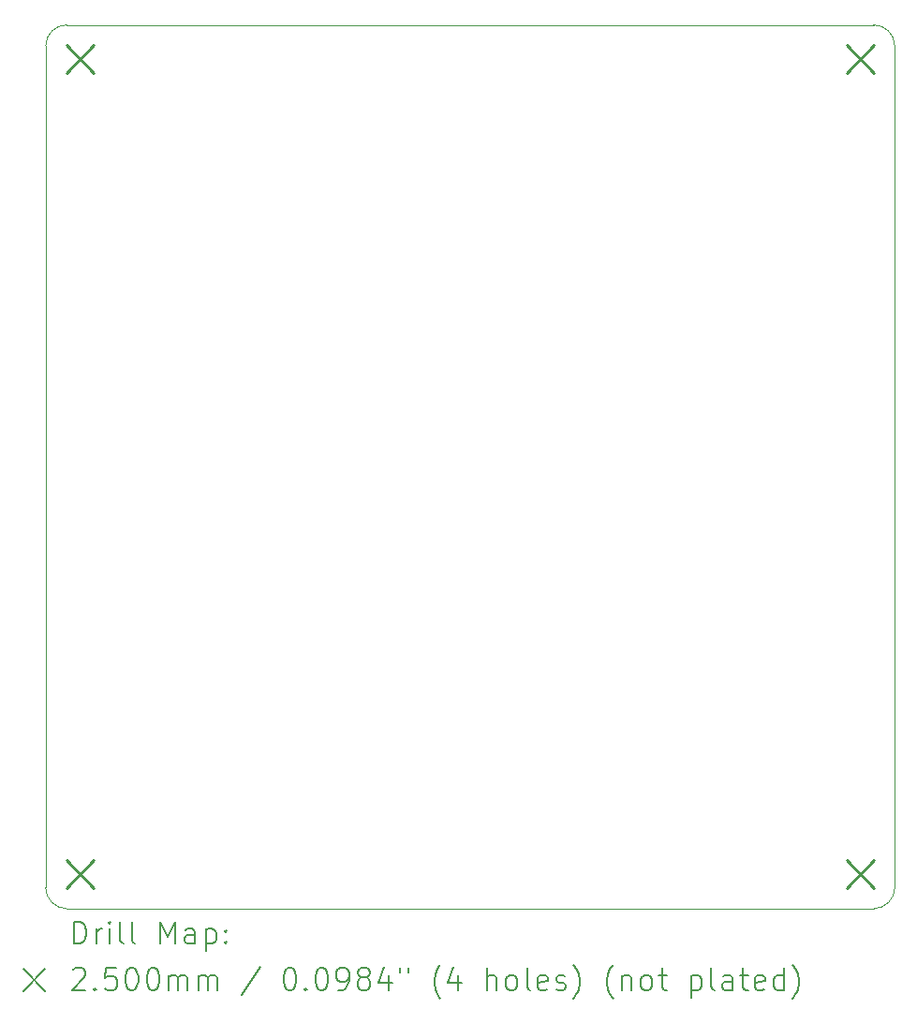
<source format=gbr>
%TF.GenerationSoftware,KiCad,Pcbnew,7.0.7*%
%TF.CreationDate,2023-09-28T16:31:30-05:00*%
%TF.ProjectId,iowa-rover-kiosk-main,696f7761-2d72-46f7-9665-722d6b696f73,rev?*%
%TF.SameCoordinates,Original*%
%TF.FileFunction,Drillmap*%
%TF.FilePolarity,Positive*%
%FSLAX45Y45*%
G04 Gerber Fmt 4.5, Leading zero omitted, Abs format (unit mm)*
G04 Created by KiCad (PCBNEW 7.0.7) date 2023-09-28 16:31:30*
%MOMM*%
%LPD*%
G01*
G04 APERTURE LIST*
%ADD10C,0.100000*%
%ADD11C,0.200000*%
%ADD12C,0.250000*%
G04 APERTURE END LIST*
D10*
X3937000Y-4706704D02*
G75*
G03*
X3746500Y-4897204I0J-190500D01*
G01*
X11422296Y-12501796D02*
X11422296Y-4897204D01*
X3937000Y-12692296D02*
X11231796Y-12692296D01*
X3746500Y-4897204D02*
X3746500Y-12501796D01*
X11231796Y-12692296D02*
G75*
G03*
X11422296Y-12501796I4J190496D01*
G01*
X3746504Y-12501796D02*
G75*
G03*
X3937000Y-12692296I190496J-4D01*
G01*
X11231796Y-4706704D02*
X3937000Y-4706704D01*
X11422296Y-4897204D02*
G75*
G03*
X11231796Y-4706704I-190496J4D01*
G01*
D11*
D12*
X3931296Y-4891500D02*
X4181296Y-5141500D01*
X4181296Y-4891500D02*
X3931296Y-5141500D01*
X3931296Y-12257500D02*
X4181296Y-12507500D01*
X4181296Y-12257500D02*
X3931296Y-12507500D01*
X10987500Y-4891500D02*
X11237500Y-5141500D01*
X11237500Y-4891500D02*
X10987500Y-5141500D01*
X10987500Y-12257500D02*
X11237500Y-12507500D01*
X11237500Y-12257500D02*
X10987500Y-12507500D01*
D11*
X4002277Y-13008780D02*
X4002277Y-12808780D01*
X4002277Y-12808780D02*
X4049896Y-12808780D01*
X4049896Y-12808780D02*
X4078467Y-12818304D01*
X4078467Y-12818304D02*
X4097515Y-12837351D01*
X4097515Y-12837351D02*
X4107039Y-12856399D01*
X4107039Y-12856399D02*
X4116562Y-12894494D01*
X4116562Y-12894494D02*
X4116562Y-12923066D01*
X4116562Y-12923066D02*
X4107039Y-12961161D01*
X4107039Y-12961161D02*
X4097515Y-12980208D01*
X4097515Y-12980208D02*
X4078467Y-12999256D01*
X4078467Y-12999256D02*
X4049896Y-13008780D01*
X4049896Y-13008780D02*
X4002277Y-13008780D01*
X4202277Y-13008780D02*
X4202277Y-12875447D01*
X4202277Y-12913542D02*
X4211801Y-12894494D01*
X4211801Y-12894494D02*
X4221324Y-12884970D01*
X4221324Y-12884970D02*
X4240372Y-12875447D01*
X4240372Y-12875447D02*
X4259420Y-12875447D01*
X4326086Y-13008780D02*
X4326086Y-12875447D01*
X4326086Y-12808780D02*
X4316563Y-12818304D01*
X4316563Y-12818304D02*
X4326086Y-12827828D01*
X4326086Y-12827828D02*
X4335610Y-12818304D01*
X4335610Y-12818304D02*
X4326086Y-12808780D01*
X4326086Y-12808780D02*
X4326086Y-12827828D01*
X4449896Y-13008780D02*
X4430848Y-12999256D01*
X4430848Y-12999256D02*
X4421324Y-12980208D01*
X4421324Y-12980208D02*
X4421324Y-12808780D01*
X4554658Y-13008780D02*
X4535610Y-12999256D01*
X4535610Y-12999256D02*
X4526086Y-12980208D01*
X4526086Y-12980208D02*
X4526086Y-12808780D01*
X4783229Y-13008780D02*
X4783229Y-12808780D01*
X4783229Y-12808780D02*
X4849896Y-12951637D01*
X4849896Y-12951637D02*
X4916563Y-12808780D01*
X4916563Y-12808780D02*
X4916563Y-13008780D01*
X5097515Y-13008780D02*
X5097515Y-12904018D01*
X5097515Y-12904018D02*
X5087991Y-12884970D01*
X5087991Y-12884970D02*
X5068944Y-12875447D01*
X5068944Y-12875447D02*
X5030848Y-12875447D01*
X5030848Y-12875447D02*
X5011801Y-12884970D01*
X5097515Y-12999256D02*
X5078467Y-13008780D01*
X5078467Y-13008780D02*
X5030848Y-13008780D01*
X5030848Y-13008780D02*
X5011801Y-12999256D01*
X5011801Y-12999256D02*
X5002277Y-12980208D01*
X5002277Y-12980208D02*
X5002277Y-12961161D01*
X5002277Y-12961161D02*
X5011801Y-12942113D01*
X5011801Y-12942113D02*
X5030848Y-12932589D01*
X5030848Y-12932589D02*
X5078467Y-12932589D01*
X5078467Y-12932589D02*
X5097515Y-12923066D01*
X5192753Y-12875447D02*
X5192753Y-13075447D01*
X5192753Y-12884970D02*
X5211801Y-12875447D01*
X5211801Y-12875447D02*
X5249896Y-12875447D01*
X5249896Y-12875447D02*
X5268944Y-12884970D01*
X5268944Y-12884970D02*
X5278467Y-12894494D01*
X5278467Y-12894494D02*
X5287991Y-12913542D01*
X5287991Y-12913542D02*
X5287991Y-12970685D01*
X5287991Y-12970685D02*
X5278467Y-12989732D01*
X5278467Y-12989732D02*
X5268944Y-12999256D01*
X5268944Y-12999256D02*
X5249896Y-13008780D01*
X5249896Y-13008780D02*
X5211801Y-13008780D01*
X5211801Y-13008780D02*
X5192753Y-12999256D01*
X5373705Y-12989732D02*
X5383229Y-12999256D01*
X5383229Y-12999256D02*
X5373705Y-13008780D01*
X5373705Y-13008780D02*
X5364182Y-12999256D01*
X5364182Y-12999256D02*
X5373705Y-12989732D01*
X5373705Y-12989732D02*
X5373705Y-13008780D01*
X5373705Y-12884970D02*
X5383229Y-12894494D01*
X5383229Y-12894494D02*
X5373705Y-12904018D01*
X5373705Y-12904018D02*
X5364182Y-12894494D01*
X5364182Y-12894494D02*
X5373705Y-12884970D01*
X5373705Y-12884970D02*
X5373705Y-12904018D01*
X3541500Y-13237296D02*
X3741500Y-13437296D01*
X3741500Y-13237296D02*
X3541500Y-13437296D01*
X3992753Y-13247828D02*
X4002277Y-13238304D01*
X4002277Y-13238304D02*
X4021324Y-13228780D01*
X4021324Y-13228780D02*
X4068943Y-13228780D01*
X4068943Y-13228780D02*
X4087991Y-13238304D01*
X4087991Y-13238304D02*
X4097515Y-13247828D01*
X4097515Y-13247828D02*
X4107039Y-13266875D01*
X4107039Y-13266875D02*
X4107039Y-13285923D01*
X4107039Y-13285923D02*
X4097515Y-13314494D01*
X4097515Y-13314494D02*
X3983229Y-13428780D01*
X3983229Y-13428780D02*
X4107039Y-13428780D01*
X4192753Y-13409732D02*
X4202277Y-13419256D01*
X4202277Y-13419256D02*
X4192753Y-13428780D01*
X4192753Y-13428780D02*
X4183229Y-13419256D01*
X4183229Y-13419256D02*
X4192753Y-13409732D01*
X4192753Y-13409732D02*
X4192753Y-13428780D01*
X4383229Y-13228780D02*
X4287991Y-13228780D01*
X4287991Y-13228780D02*
X4278467Y-13324018D01*
X4278467Y-13324018D02*
X4287991Y-13314494D01*
X4287991Y-13314494D02*
X4307039Y-13304970D01*
X4307039Y-13304970D02*
X4354658Y-13304970D01*
X4354658Y-13304970D02*
X4373705Y-13314494D01*
X4373705Y-13314494D02*
X4383229Y-13324018D01*
X4383229Y-13324018D02*
X4392753Y-13343066D01*
X4392753Y-13343066D02*
X4392753Y-13390685D01*
X4392753Y-13390685D02*
X4383229Y-13409732D01*
X4383229Y-13409732D02*
X4373705Y-13419256D01*
X4373705Y-13419256D02*
X4354658Y-13428780D01*
X4354658Y-13428780D02*
X4307039Y-13428780D01*
X4307039Y-13428780D02*
X4287991Y-13419256D01*
X4287991Y-13419256D02*
X4278467Y-13409732D01*
X4516563Y-13228780D02*
X4535610Y-13228780D01*
X4535610Y-13228780D02*
X4554658Y-13238304D01*
X4554658Y-13238304D02*
X4564182Y-13247828D01*
X4564182Y-13247828D02*
X4573705Y-13266875D01*
X4573705Y-13266875D02*
X4583229Y-13304970D01*
X4583229Y-13304970D02*
X4583229Y-13352589D01*
X4583229Y-13352589D02*
X4573705Y-13390685D01*
X4573705Y-13390685D02*
X4564182Y-13409732D01*
X4564182Y-13409732D02*
X4554658Y-13419256D01*
X4554658Y-13419256D02*
X4535610Y-13428780D01*
X4535610Y-13428780D02*
X4516563Y-13428780D01*
X4516563Y-13428780D02*
X4497515Y-13419256D01*
X4497515Y-13419256D02*
X4487991Y-13409732D01*
X4487991Y-13409732D02*
X4478467Y-13390685D01*
X4478467Y-13390685D02*
X4468944Y-13352589D01*
X4468944Y-13352589D02*
X4468944Y-13304970D01*
X4468944Y-13304970D02*
X4478467Y-13266875D01*
X4478467Y-13266875D02*
X4487991Y-13247828D01*
X4487991Y-13247828D02*
X4497515Y-13238304D01*
X4497515Y-13238304D02*
X4516563Y-13228780D01*
X4707039Y-13228780D02*
X4726086Y-13228780D01*
X4726086Y-13228780D02*
X4745134Y-13238304D01*
X4745134Y-13238304D02*
X4754658Y-13247828D01*
X4754658Y-13247828D02*
X4764182Y-13266875D01*
X4764182Y-13266875D02*
X4773705Y-13304970D01*
X4773705Y-13304970D02*
X4773705Y-13352589D01*
X4773705Y-13352589D02*
X4764182Y-13390685D01*
X4764182Y-13390685D02*
X4754658Y-13409732D01*
X4754658Y-13409732D02*
X4745134Y-13419256D01*
X4745134Y-13419256D02*
X4726086Y-13428780D01*
X4726086Y-13428780D02*
X4707039Y-13428780D01*
X4707039Y-13428780D02*
X4687991Y-13419256D01*
X4687991Y-13419256D02*
X4678467Y-13409732D01*
X4678467Y-13409732D02*
X4668944Y-13390685D01*
X4668944Y-13390685D02*
X4659420Y-13352589D01*
X4659420Y-13352589D02*
X4659420Y-13304970D01*
X4659420Y-13304970D02*
X4668944Y-13266875D01*
X4668944Y-13266875D02*
X4678467Y-13247828D01*
X4678467Y-13247828D02*
X4687991Y-13238304D01*
X4687991Y-13238304D02*
X4707039Y-13228780D01*
X4859420Y-13428780D02*
X4859420Y-13295447D01*
X4859420Y-13314494D02*
X4868944Y-13304970D01*
X4868944Y-13304970D02*
X4887991Y-13295447D01*
X4887991Y-13295447D02*
X4916563Y-13295447D01*
X4916563Y-13295447D02*
X4935610Y-13304970D01*
X4935610Y-13304970D02*
X4945134Y-13324018D01*
X4945134Y-13324018D02*
X4945134Y-13428780D01*
X4945134Y-13324018D02*
X4954658Y-13304970D01*
X4954658Y-13304970D02*
X4973705Y-13295447D01*
X4973705Y-13295447D02*
X5002277Y-13295447D01*
X5002277Y-13295447D02*
X5021325Y-13304970D01*
X5021325Y-13304970D02*
X5030848Y-13324018D01*
X5030848Y-13324018D02*
X5030848Y-13428780D01*
X5126086Y-13428780D02*
X5126086Y-13295447D01*
X5126086Y-13314494D02*
X5135610Y-13304970D01*
X5135610Y-13304970D02*
X5154658Y-13295447D01*
X5154658Y-13295447D02*
X5183229Y-13295447D01*
X5183229Y-13295447D02*
X5202277Y-13304970D01*
X5202277Y-13304970D02*
X5211801Y-13324018D01*
X5211801Y-13324018D02*
X5211801Y-13428780D01*
X5211801Y-13324018D02*
X5221325Y-13304970D01*
X5221325Y-13304970D02*
X5240372Y-13295447D01*
X5240372Y-13295447D02*
X5268944Y-13295447D01*
X5268944Y-13295447D02*
X5287991Y-13304970D01*
X5287991Y-13304970D02*
X5297515Y-13324018D01*
X5297515Y-13324018D02*
X5297515Y-13428780D01*
X5687991Y-13219256D02*
X5516563Y-13476399D01*
X5945134Y-13228780D02*
X5964182Y-13228780D01*
X5964182Y-13228780D02*
X5983229Y-13238304D01*
X5983229Y-13238304D02*
X5992753Y-13247828D01*
X5992753Y-13247828D02*
X6002277Y-13266875D01*
X6002277Y-13266875D02*
X6011801Y-13304970D01*
X6011801Y-13304970D02*
X6011801Y-13352589D01*
X6011801Y-13352589D02*
X6002277Y-13390685D01*
X6002277Y-13390685D02*
X5992753Y-13409732D01*
X5992753Y-13409732D02*
X5983229Y-13419256D01*
X5983229Y-13419256D02*
X5964182Y-13428780D01*
X5964182Y-13428780D02*
X5945134Y-13428780D01*
X5945134Y-13428780D02*
X5926086Y-13419256D01*
X5926086Y-13419256D02*
X5916563Y-13409732D01*
X5916563Y-13409732D02*
X5907039Y-13390685D01*
X5907039Y-13390685D02*
X5897515Y-13352589D01*
X5897515Y-13352589D02*
X5897515Y-13304970D01*
X5897515Y-13304970D02*
X5907039Y-13266875D01*
X5907039Y-13266875D02*
X5916563Y-13247828D01*
X5916563Y-13247828D02*
X5926086Y-13238304D01*
X5926086Y-13238304D02*
X5945134Y-13228780D01*
X6097515Y-13409732D02*
X6107039Y-13419256D01*
X6107039Y-13419256D02*
X6097515Y-13428780D01*
X6097515Y-13428780D02*
X6087991Y-13419256D01*
X6087991Y-13419256D02*
X6097515Y-13409732D01*
X6097515Y-13409732D02*
X6097515Y-13428780D01*
X6230848Y-13228780D02*
X6249896Y-13228780D01*
X6249896Y-13228780D02*
X6268944Y-13238304D01*
X6268944Y-13238304D02*
X6278467Y-13247828D01*
X6278467Y-13247828D02*
X6287991Y-13266875D01*
X6287991Y-13266875D02*
X6297515Y-13304970D01*
X6297515Y-13304970D02*
X6297515Y-13352589D01*
X6297515Y-13352589D02*
X6287991Y-13390685D01*
X6287991Y-13390685D02*
X6278467Y-13409732D01*
X6278467Y-13409732D02*
X6268944Y-13419256D01*
X6268944Y-13419256D02*
X6249896Y-13428780D01*
X6249896Y-13428780D02*
X6230848Y-13428780D01*
X6230848Y-13428780D02*
X6211801Y-13419256D01*
X6211801Y-13419256D02*
X6202277Y-13409732D01*
X6202277Y-13409732D02*
X6192753Y-13390685D01*
X6192753Y-13390685D02*
X6183229Y-13352589D01*
X6183229Y-13352589D02*
X6183229Y-13304970D01*
X6183229Y-13304970D02*
X6192753Y-13266875D01*
X6192753Y-13266875D02*
X6202277Y-13247828D01*
X6202277Y-13247828D02*
X6211801Y-13238304D01*
X6211801Y-13238304D02*
X6230848Y-13228780D01*
X6392753Y-13428780D02*
X6430848Y-13428780D01*
X6430848Y-13428780D02*
X6449896Y-13419256D01*
X6449896Y-13419256D02*
X6459420Y-13409732D01*
X6459420Y-13409732D02*
X6478467Y-13381161D01*
X6478467Y-13381161D02*
X6487991Y-13343066D01*
X6487991Y-13343066D02*
X6487991Y-13266875D01*
X6487991Y-13266875D02*
X6478467Y-13247828D01*
X6478467Y-13247828D02*
X6468944Y-13238304D01*
X6468944Y-13238304D02*
X6449896Y-13228780D01*
X6449896Y-13228780D02*
X6411801Y-13228780D01*
X6411801Y-13228780D02*
X6392753Y-13238304D01*
X6392753Y-13238304D02*
X6383229Y-13247828D01*
X6383229Y-13247828D02*
X6373706Y-13266875D01*
X6373706Y-13266875D02*
X6373706Y-13314494D01*
X6373706Y-13314494D02*
X6383229Y-13333542D01*
X6383229Y-13333542D02*
X6392753Y-13343066D01*
X6392753Y-13343066D02*
X6411801Y-13352589D01*
X6411801Y-13352589D02*
X6449896Y-13352589D01*
X6449896Y-13352589D02*
X6468944Y-13343066D01*
X6468944Y-13343066D02*
X6478467Y-13333542D01*
X6478467Y-13333542D02*
X6487991Y-13314494D01*
X6602277Y-13314494D02*
X6583229Y-13304970D01*
X6583229Y-13304970D02*
X6573706Y-13295447D01*
X6573706Y-13295447D02*
X6564182Y-13276399D01*
X6564182Y-13276399D02*
X6564182Y-13266875D01*
X6564182Y-13266875D02*
X6573706Y-13247828D01*
X6573706Y-13247828D02*
X6583229Y-13238304D01*
X6583229Y-13238304D02*
X6602277Y-13228780D01*
X6602277Y-13228780D02*
X6640372Y-13228780D01*
X6640372Y-13228780D02*
X6659420Y-13238304D01*
X6659420Y-13238304D02*
X6668944Y-13247828D01*
X6668944Y-13247828D02*
X6678467Y-13266875D01*
X6678467Y-13266875D02*
X6678467Y-13276399D01*
X6678467Y-13276399D02*
X6668944Y-13295447D01*
X6668944Y-13295447D02*
X6659420Y-13304970D01*
X6659420Y-13304970D02*
X6640372Y-13314494D01*
X6640372Y-13314494D02*
X6602277Y-13314494D01*
X6602277Y-13314494D02*
X6583229Y-13324018D01*
X6583229Y-13324018D02*
X6573706Y-13333542D01*
X6573706Y-13333542D02*
X6564182Y-13352589D01*
X6564182Y-13352589D02*
X6564182Y-13390685D01*
X6564182Y-13390685D02*
X6573706Y-13409732D01*
X6573706Y-13409732D02*
X6583229Y-13419256D01*
X6583229Y-13419256D02*
X6602277Y-13428780D01*
X6602277Y-13428780D02*
X6640372Y-13428780D01*
X6640372Y-13428780D02*
X6659420Y-13419256D01*
X6659420Y-13419256D02*
X6668944Y-13409732D01*
X6668944Y-13409732D02*
X6678467Y-13390685D01*
X6678467Y-13390685D02*
X6678467Y-13352589D01*
X6678467Y-13352589D02*
X6668944Y-13333542D01*
X6668944Y-13333542D02*
X6659420Y-13324018D01*
X6659420Y-13324018D02*
X6640372Y-13314494D01*
X6849896Y-13295447D02*
X6849896Y-13428780D01*
X6802277Y-13219256D02*
X6754658Y-13362113D01*
X6754658Y-13362113D02*
X6878467Y-13362113D01*
X6945134Y-13228780D02*
X6945134Y-13266875D01*
X7021325Y-13228780D02*
X7021325Y-13266875D01*
X7316563Y-13504970D02*
X7307039Y-13495447D01*
X7307039Y-13495447D02*
X7287991Y-13466875D01*
X7287991Y-13466875D02*
X7278468Y-13447828D01*
X7278468Y-13447828D02*
X7268944Y-13419256D01*
X7268944Y-13419256D02*
X7259420Y-13371637D01*
X7259420Y-13371637D02*
X7259420Y-13333542D01*
X7259420Y-13333542D02*
X7268944Y-13285923D01*
X7268944Y-13285923D02*
X7278468Y-13257351D01*
X7278468Y-13257351D02*
X7287991Y-13238304D01*
X7287991Y-13238304D02*
X7307039Y-13209732D01*
X7307039Y-13209732D02*
X7316563Y-13200208D01*
X7478468Y-13295447D02*
X7478468Y-13428780D01*
X7430848Y-13219256D02*
X7383229Y-13362113D01*
X7383229Y-13362113D02*
X7507039Y-13362113D01*
X7735610Y-13428780D02*
X7735610Y-13228780D01*
X7821325Y-13428780D02*
X7821325Y-13324018D01*
X7821325Y-13324018D02*
X7811801Y-13304970D01*
X7811801Y-13304970D02*
X7792753Y-13295447D01*
X7792753Y-13295447D02*
X7764182Y-13295447D01*
X7764182Y-13295447D02*
X7745134Y-13304970D01*
X7745134Y-13304970D02*
X7735610Y-13314494D01*
X7945134Y-13428780D02*
X7926087Y-13419256D01*
X7926087Y-13419256D02*
X7916563Y-13409732D01*
X7916563Y-13409732D02*
X7907039Y-13390685D01*
X7907039Y-13390685D02*
X7907039Y-13333542D01*
X7907039Y-13333542D02*
X7916563Y-13314494D01*
X7916563Y-13314494D02*
X7926087Y-13304970D01*
X7926087Y-13304970D02*
X7945134Y-13295447D01*
X7945134Y-13295447D02*
X7973706Y-13295447D01*
X7973706Y-13295447D02*
X7992753Y-13304970D01*
X7992753Y-13304970D02*
X8002277Y-13314494D01*
X8002277Y-13314494D02*
X8011801Y-13333542D01*
X8011801Y-13333542D02*
X8011801Y-13390685D01*
X8011801Y-13390685D02*
X8002277Y-13409732D01*
X8002277Y-13409732D02*
X7992753Y-13419256D01*
X7992753Y-13419256D02*
X7973706Y-13428780D01*
X7973706Y-13428780D02*
X7945134Y-13428780D01*
X8126087Y-13428780D02*
X8107039Y-13419256D01*
X8107039Y-13419256D02*
X8097515Y-13400208D01*
X8097515Y-13400208D02*
X8097515Y-13228780D01*
X8278468Y-13419256D02*
X8259420Y-13428780D01*
X8259420Y-13428780D02*
X8221325Y-13428780D01*
X8221325Y-13428780D02*
X8202277Y-13419256D01*
X8202277Y-13419256D02*
X8192753Y-13400208D01*
X8192753Y-13400208D02*
X8192753Y-13324018D01*
X8192753Y-13324018D02*
X8202277Y-13304970D01*
X8202277Y-13304970D02*
X8221325Y-13295447D01*
X8221325Y-13295447D02*
X8259420Y-13295447D01*
X8259420Y-13295447D02*
X8278468Y-13304970D01*
X8278468Y-13304970D02*
X8287991Y-13324018D01*
X8287991Y-13324018D02*
X8287991Y-13343066D01*
X8287991Y-13343066D02*
X8192753Y-13362113D01*
X8364182Y-13419256D02*
X8383230Y-13428780D01*
X8383230Y-13428780D02*
X8421325Y-13428780D01*
X8421325Y-13428780D02*
X8440373Y-13419256D01*
X8440373Y-13419256D02*
X8449896Y-13400208D01*
X8449896Y-13400208D02*
X8449896Y-13390685D01*
X8449896Y-13390685D02*
X8440373Y-13371637D01*
X8440373Y-13371637D02*
X8421325Y-13362113D01*
X8421325Y-13362113D02*
X8392753Y-13362113D01*
X8392753Y-13362113D02*
X8373706Y-13352589D01*
X8373706Y-13352589D02*
X8364182Y-13333542D01*
X8364182Y-13333542D02*
X8364182Y-13324018D01*
X8364182Y-13324018D02*
X8373706Y-13304970D01*
X8373706Y-13304970D02*
X8392753Y-13295447D01*
X8392753Y-13295447D02*
X8421325Y-13295447D01*
X8421325Y-13295447D02*
X8440373Y-13304970D01*
X8516563Y-13504970D02*
X8526087Y-13495447D01*
X8526087Y-13495447D02*
X8545134Y-13466875D01*
X8545134Y-13466875D02*
X8554658Y-13447828D01*
X8554658Y-13447828D02*
X8564182Y-13419256D01*
X8564182Y-13419256D02*
X8573706Y-13371637D01*
X8573706Y-13371637D02*
X8573706Y-13333542D01*
X8573706Y-13333542D02*
X8564182Y-13285923D01*
X8564182Y-13285923D02*
X8554658Y-13257351D01*
X8554658Y-13257351D02*
X8545134Y-13238304D01*
X8545134Y-13238304D02*
X8526087Y-13209732D01*
X8526087Y-13209732D02*
X8516563Y-13200208D01*
X8878468Y-13504970D02*
X8868944Y-13495447D01*
X8868944Y-13495447D02*
X8849896Y-13466875D01*
X8849896Y-13466875D02*
X8840373Y-13447828D01*
X8840373Y-13447828D02*
X8830849Y-13419256D01*
X8830849Y-13419256D02*
X8821325Y-13371637D01*
X8821325Y-13371637D02*
X8821325Y-13333542D01*
X8821325Y-13333542D02*
X8830849Y-13285923D01*
X8830849Y-13285923D02*
X8840373Y-13257351D01*
X8840373Y-13257351D02*
X8849896Y-13238304D01*
X8849896Y-13238304D02*
X8868944Y-13209732D01*
X8868944Y-13209732D02*
X8878468Y-13200208D01*
X8954658Y-13295447D02*
X8954658Y-13428780D01*
X8954658Y-13314494D02*
X8964182Y-13304970D01*
X8964182Y-13304970D02*
X8983230Y-13295447D01*
X8983230Y-13295447D02*
X9011801Y-13295447D01*
X9011801Y-13295447D02*
X9030849Y-13304970D01*
X9030849Y-13304970D02*
X9040373Y-13324018D01*
X9040373Y-13324018D02*
X9040373Y-13428780D01*
X9164182Y-13428780D02*
X9145134Y-13419256D01*
X9145134Y-13419256D02*
X9135611Y-13409732D01*
X9135611Y-13409732D02*
X9126087Y-13390685D01*
X9126087Y-13390685D02*
X9126087Y-13333542D01*
X9126087Y-13333542D02*
X9135611Y-13314494D01*
X9135611Y-13314494D02*
X9145134Y-13304970D01*
X9145134Y-13304970D02*
X9164182Y-13295447D01*
X9164182Y-13295447D02*
X9192754Y-13295447D01*
X9192754Y-13295447D02*
X9211801Y-13304970D01*
X9211801Y-13304970D02*
X9221325Y-13314494D01*
X9221325Y-13314494D02*
X9230849Y-13333542D01*
X9230849Y-13333542D02*
X9230849Y-13390685D01*
X9230849Y-13390685D02*
X9221325Y-13409732D01*
X9221325Y-13409732D02*
X9211801Y-13419256D01*
X9211801Y-13419256D02*
X9192754Y-13428780D01*
X9192754Y-13428780D02*
X9164182Y-13428780D01*
X9287992Y-13295447D02*
X9364182Y-13295447D01*
X9316563Y-13228780D02*
X9316563Y-13400208D01*
X9316563Y-13400208D02*
X9326087Y-13419256D01*
X9326087Y-13419256D02*
X9345134Y-13428780D01*
X9345134Y-13428780D02*
X9364182Y-13428780D01*
X9583230Y-13295447D02*
X9583230Y-13495447D01*
X9583230Y-13304970D02*
X9602277Y-13295447D01*
X9602277Y-13295447D02*
X9640373Y-13295447D01*
X9640373Y-13295447D02*
X9659420Y-13304970D01*
X9659420Y-13304970D02*
X9668944Y-13314494D01*
X9668944Y-13314494D02*
X9678468Y-13333542D01*
X9678468Y-13333542D02*
X9678468Y-13390685D01*
X9678468Y-13390685D02*
X9668944Y-13409732D01*
X9668944Y-13409732D02*
X9659420Y-13419256D01*
X9659420Y-13419256D02*
X9640373Y-13428780D01*
X9640373Y-13428780D02*
X9602277Y-13428780D01*
X9602277Y-13428780D02*
X9583230Y-13419256D01*
X9792754Y-13428780D02*
X9773706Y-13419256D01*
X9773706Y-13419256D02*
X9764182Y-13400208D01*
X9764182Y-13400208D02*
X9764182Y-13228780D01*
X9954658Y-13428780D02*
X9954658Y-13324018D01*
X9954658Y-13324018D02*
X9945135Y-13304970D01*
X9945135Y-13304970D02*
X9926087Y-13295447D01*
X9926087Y-13295447D02*
X9887992Y-13295447D01*
X9887992Y-13295447D02*
X9868944Y-13304970D01*
X9954658Y-13419256D02*
X9935611Y-13428780D01*
X9935611Y-13428780D02*
X9887992Y-13428780D01*
X9887992Y-13428780D02*
X9868944Y-13419256D01*
X9868944Y-13419256D02*
X9859420Y-13400208D01*
X9859420Y-13400208D02*
X9859420Y-13381161D01*
X9859420Y-13381161D02*
X9868944Y-13362113D01*
X9868944Y-13362113D02*
X9887992Y-13352589D01*
X9887992Y-13352589D02*
X9935611Y-13352589D01*
X9935611Y-13352589D02*
X9954658Y-13343066D01*
X10021325Y-13295447D02*
X10097515Y-13295447D01*
X10049896Y-13228780D02*
X10049896Y-13400208D01*
X10049896Y-13400208D02*
X10059420Y-13419256D01*
X10059420Y-13419256D02*
X10078468Y-13428780D01*
X10078468Y-13428780D02*
X10097515Y-13428780D01*
X10240373Y-13419256D02*
X10221325Y-13428780D01*
X10221325Y-13428780D02*
X10183230Y-13428780D01*
X10183230Y-13428780D02*
X10164182Y-13419256D01*
X10164182Y-13419256D02*
X10154658Y-13400208D01*
X10154658Y-13400208D02*
X10154658Y-13324018D01*
X10154658Y-13324018D02*
X10164182Y-13304970D01*
X10164182Y-13304970D02*
X10183230Y-13295447D01*
X10183230Y-13295447D02*
X10221325Y-13295447D01*
X10221325Y-13295447D02*
X10240373Y-13304970D01*
X10240373Y-13304970D02*
X10249896Y-13324018D01*
X10249896Y-13324018D02*
X10249896Y-13343066D01*
X10249896Y-13343066D02*
X10154658Y-13362113D01*
X10421325Y-13428780D02*
X10421325Y-13228780D01*
X10421325Y-13419256D02*
X10402277Y-13428780D01*
X10402277Y-13428780D02*
X10364182Y-13428780D01*
X10364182Y-13428780D02*
X10345135Y-13419256D01*
X10345135Y-13419256D02*
X10335611Y-13409732D01*
X10335611Y-13409732D02*
X10326087Y-13390685D01*
X10326087Y-13390685D02*
X10326087Y-13333542D01*
X10326087Y-13333542D02*
X10335611Y-13314494D01*
X10335611Y-13314494D02*
X10345135Y-13304970D01*
X10345135Y-13304970D02*
X10364182Y-13295447D01*
X10364182Y-13295447D02*
X10402277Y-13295447D01*
X10402277Y-13295447D02*
X10421325Y-13304970D01*
X10497516Y-13504970D02*
X10507039Y-13495447D01*
X10507039Y-13495447D02*
X10526087Y-13466875D01*
X10526087Y-13466875D02*
X10535611Y-13447828D01*
X10535611Y-13447828D02*
X10545135Y-13419256D01*
X10545135Y-13419256D02*
X10554658Y-13371637D01*
X10554658Y-13371637D02*
X10554658Y-13333542D01*
X10554658Y-13333542D02*
X10545135Y-13285923D01*
X10545135Y-13285923D02*
X10535611Y-13257351D01*
X10535611Y-13257351D02*
X10526087Y-13238304D01*
X10526087Y-13238304D02*
X10507039Y-13209732D01*
X10507039Y-13209732D02*
X10497516Y-13200208D01*
M02*

</source>
